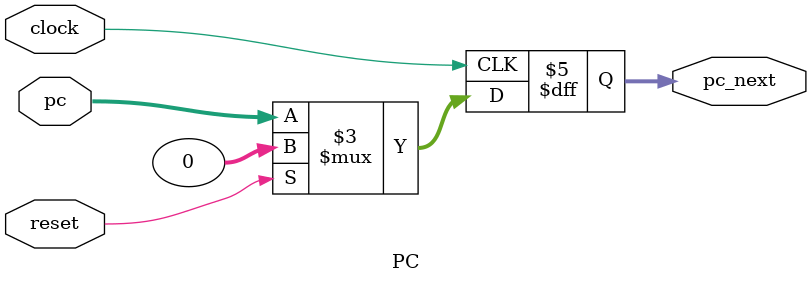
<source format=sv>
module PC (
    input logic [31:0]pc,
    input logic clock,reset,
    output logic [31:0]pc_next
);
    always_ff @( posedge clock ) begin 
        if (reset) begin
            pc_next=32'b0;
        end
        else begin
            pc_next=pc;
        end
        
    end
endmodule
</source>
